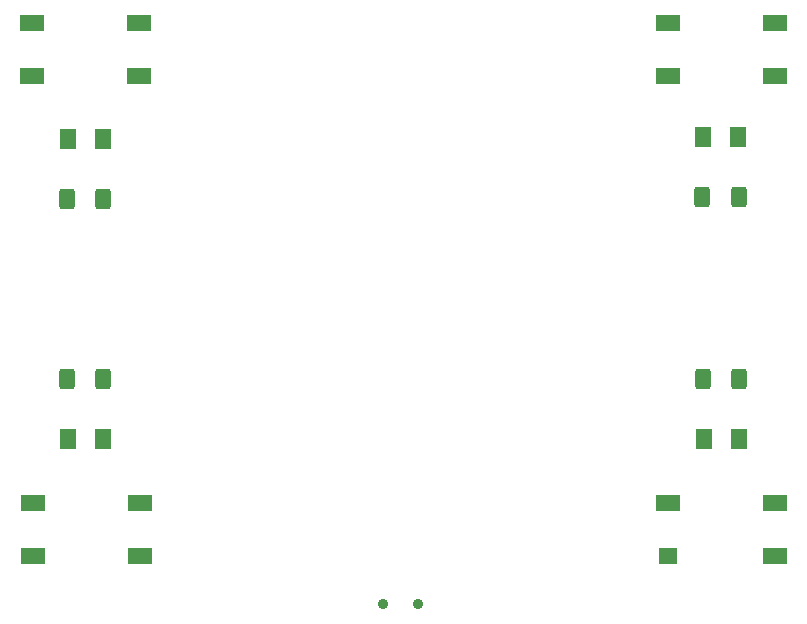
<source format=gbr>
%TF.GenerationSoftware,KiCad,Pcbnew,(6.0.0)*%
%TF.CreationDate,2022-03-26T12:46:50-04:00*%
%TF.ProjectId,old,6f6c642e-6b69-4636-9164-5f7063625858,rev?*%
%TF.SameCoordinates,Original*%
%TF.FileFunction,Soldermask,Top*%
%TF.FilePolarity,Negative*%
%FSLAX46Y46*%
G04 Gerber Fmt 4.6, Leading zero omitted, Abs format (unit mm)*
G04 Created by KiCad (PCBNEW (6.0.0)) date 2022-03-26 12:46:50*
%MOMM*%
%LPD*%
G01*
G04 APERTURE LIST*
G04 Aperture macros list*
%AMRoundRect*
0 Rectangle with rounded corners*
0 $1 Rounding radius*
0 $2 $3 $4 $5 $6 $7 $8 $9 X,Y pos of 4 corners*
0 Add a 4 corners polygon primitive as box body*
4,1,4,$2,$3,$4,$5,$6,$7,$8,$9,$2,$3,0*
0 Add four circle primitives for the rounded corners*
1,1,$1+$1,$2,$3*
1,1,$1+$1,$4,$5*
1,1,$1+$1,$6,$7*
1,1,$1+$1,$8,$9*
0 Add four rect primitives between the rounded corners*
20,1,$1+$1,$2,$3,$4,$5,0*
20,1,$1+$1,$4,$5,$6,$7,0*
20,1,$1+$1,$6,$7,$8,$9,0*
20,1,$1+$1,$8,$9,$2,$3,0*%
G04 Aperture macros list end*
%ADD10R,2.100000X1.400000*%
%ADD11R,1.580000X1.400000*%
%ADD12RoundRect,0.250000X-0.400000X-0.625000X0.400000X-0.625000X0.400000X0.625000X-0.400000X0.625000X0*%
%ADD13RoundRect,0.250001X-0.462499X-0.624999X0.462499X-0.624999X0.462499X0.624999X-0.462499X0.624999X0*%
%ADD14RoundRect,0.250000X0.400000X0.625000X-0.400000X0.625000X-0.400000X-0.625000X0.400000X-0.625000X0*%
%ADD15C,0.900000*%
G04 APERTURE END LIST*
D10*
%TO.C,SW3*%
X177797500Y-120360000D03*
D11*
X168697500Y-120360000D03*
D10*
X177797500Y-115860000D03*
X168697500Y-115860000D03*
%TD*%
%TO.C,SW4*%
X114916750Y-115860000D03*
X124016750Y-115860000D03*
X114916750Y-120360000D03*
X124016750Y-120360000D03*
%TD*%
%TO.C,SW2*%
X168697500Y-75220000D03*
X177797500Y-75220000D03*
X168697500Y-79720000D03*
X177797500Y-79720000D03*
%TD*%
%TO.C,SW1*%
X114830000Y-75220000D03*
X123930000Y-75220000D03*
X114830000Y-79720000D03*
X123930000Y-79720000D03*
%TD*%
D12*
%TO.C,R5*%
X117807500Y-90170000D03*
X120907500Y-90170000D03*
%TD*%
%TO.C,R4*%
X174719000Y-90001000D03*
X171619000Y-90001000D03*
%TD*%
D13*
%TO.C,D3*%
X174679000Y-84921000D03*
X171704000Y-84921000D03*
%TD*%
%TO.C,D4*%
X117892500Y-85090000D03*
X120867500Y-85090000D03*
%TD*%
D12*
%TO.C,R3*%
X171652000Y-105410000D03*
X174752000Y-105410000D03*
%TD*%
D14*
%TO.C,R2*%
X120907500Y-105410000D03*
X117807500Y-105410000D03*
%TD*%
D13*
%TO.C,D2*%
X171737000Y-110490000D03*
X174712000Y-110490000D03*
%TD*%
%TO.C,D1*%
X117892500Y-110490000D03*
X120867500Y-110490000D03*
%TD*%
D15*
%TO.C,S1*%
X147550000Y-124430000D03*
X144550000Y-124430000D03*
%TD*%
M02*

</source>
